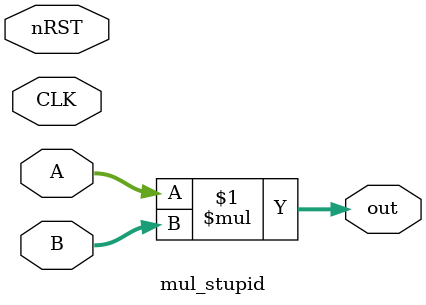
<source format=sv>
module mul_stupid (
    input logic CLK,
    input logic nRST,

    input logic signed [31:0] A,
    input logic signed [31:0] B,

    output logic signed [63:0] out
);

    assign out = A * B;

endmodule
</source>
